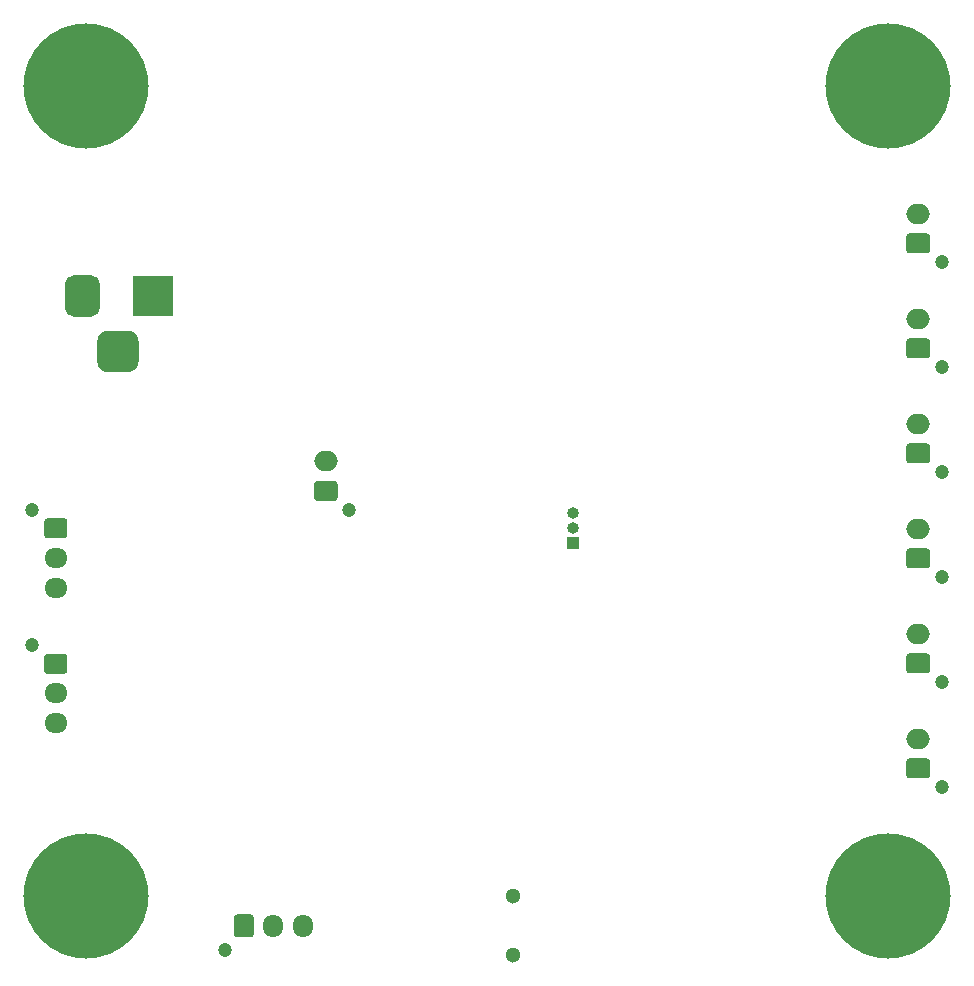
<source format=gbr>
%TF.GenerationSoftware,KiCad,Pcbnew,5.1.10-88a1d61d58~88~ubuntu20.04.1*%
%TF.CreationDate,2021-07-09T08:27:42-06:00*%
%TF.ProjectId,ring_light_controller,72696e67-5f6c-4696-9768-745f636f6e74,2*%
%TF.SameCoordinates,Original*%
%TF.FileFunction,Soldermask,Bot*%
%TF.FilePolarity,Negative*%
%FSLAX46Y46*%
G04 Gerber Fmt 4.6, Leading zero omitted, Abs format (unit mm)*
G04 Created by KiCad (PCBNEW 5.1.10-88a1d61d58~88~ubuntu20.04.1) date 2021-07-09 08:27:42*
%MOMM*%
%LPD*%
G01*
G04 APERTURE LIST*
%ADD10C,0.900000*%
%ADD11C,10.600000*%
%ADD12C,1.300000*%
%ADD13O,1.950000X1.700000*%
%ADD14C,1.200000*%
%ADD15O,2.000000X1.700000*%
%ADD16R,3.500000X3.500000*%
%ADD17R,1.000000X1.000000*%
%ADD18O,1.000000X1.000000*%
%ADD19O,1.700000X1.950000*%
G04 APERTURE END LIST*
D10*
%TO.C,H1*%
X176800749Y-131809251D03*
X173990000Y-130645000D03*
X171179251Y-131809251D03*
X170015000Y-134620000D03*
X171179251Y-137430749D03*
X173990000Y-138595000D03*
X176800749Y-137430749D03*
X177965000Y-134620000D03*
D11*
X173990000Y-134620000D03*
%TD*%
%TO.C,H2*%
X173990000Y-66040000D03*
D10*
X177965000Y-66040000D03*
X176800749Y-68850749D03*
X173990000Y-70015000D03*
X171179251Y-68850749D03*
X170015000Y-66040000D03*
X171179251Y-63229251D03*
X173990000Y-62065000D03*
X176800749Y-63229251D03*
%TD*%
%TO.C,H3*%
X108855749Y-63229251D03*
X106045000Y-62065000D03*
X103234251Y-63229251D03*
X102070000Y-66040000D03*
X103234251Y-68850749D03*
X106045000Y-70015000D03*
X108855749Y-68850749D03*
X110020000Y-66040000D03*
D11*
X106045000Y-66040000D03*
%TD*%
%TO.C,H4*%
X106045000Y-134620000D03*
D10*
X110020000Y-134620000D03*
X108855749Y-137430749D03*
X106045000Y-138595000D03*
X103234251Y-137430749D03*
X102070000Y-134620000D03*
X103234251Y-131809251D03*
X106045000Y-130645000D03*
X108855749Y-131809251D03*
%TD*%
D12*
%TO.C,J1*%
X142240000Y-139605000D03*
X142240000Y-134605000D03*
%TD*%
%TO.C,J2*%
G36*
G01*
X102780000Y-102655000D02*
X104230000Y-102655000D01*
G75*
G02*
X104480000Y-102905000I0J-250000D01*
G01*
X104480000Y-104105000D01*
G75*
G02*
X104230000Y-104355000I-250000J0D01*
G01*
X102780000Y-104355000D01*
G75*
G02*
X102530000Y-104105000I0J250000D01*
G01*
X102530000Y-102905000D01*
G75*
G02*
X102780000Y-102655000I250000J0D01*
G01*
G37*
D13*
X103505000Y-106005000D03*
X103505000Y-108505000D03*
D14*
X101505000Y-101905000D03*
%TD*%
%TO.C,J3*%
X101505000Y-113375000D03*
D13*
X103505000Y-119975000D03*
X103505000Y-117475000D03*
G36*
G01*
X102780000Y-114125000D02*
X104230000Y-114125000D01*
G75*
G02*
X104480000Y-114375000I0J-250000D01*
G01*
X104480000Y-115575000D01*
G75*
G02*
X104230000Y-115825000I-250000J0D01*
G01*
X102780000Y-115825000D01*
G75*
G02*
X102530000Y-115575000I0J250000D01*
G01*
X102530000Y-114375000D01*
G75*
G02*
X102780000Y-114125000I250000J0D01*
G01*
G37*
%TD*%
D14*
%TO.C,J4*%
X178530000Y-125425000D03*
D15*
X176530000Y-121325000D03*
G36*
G01*
X177280000Y-124675000D02*
X175780000Y-124675000D01*
G75*
G02*
X175530000Y-124425000I0J250000D01*
G01*
X175530000Y-123225000D01*
G75*
G02*
X175780000Y-122975000I250000J0D01*
G01*
X177280000Y-122975000D01*
G75*
G02*
X177530000Y-123225000I0J-250000D01*
G01*
X177530000Y-124425000D01*
G75*
G02*
X177280000Y-124675000I-250000J0D01*
G01*
G37*
%TD*%
%TO.C,J5*%
G36*
G01*
X177280000Y-115785000D02*
X175780000Y-115785000D01*
G75*
G02*
X175530000Y-115535000I0J250000D01*
G01*
X175530000Y-114335000D01*
G75*
G02*
X175780000Y-114085000I250000J0D01*
G01*
X177280000Y-114085000D01*
G75*
G02*
X177530000Y-114335000I0J-250000D01*
G01*
X177530000Y-115535000D01*
G75*
G02*
X177280000Y-115785000I-250000J0D01*
G01*
G37*
X176530000Y-112435000D03*
D14*
X178530000Y-116535000D03*
%TD*%
%TO.C,J6*%
G36*
G01*
X177280000Y-106895000D02*
X175780000Y-106895000D01*
G75*
G02*
X175530000Y-106645000I0J250000D01*
G01*
X175530000Y-105445000D01*
G75*
G02*
X175780000Y-105195000I250000J0D01*
G01*
X177280000Y-105195000D01*
G75*
G02*
X177530000Y-105445000I0J-250000D01*
G01*
X177530000Y-106645000D01*
G75*
G02*
X177280000Y-106895000I-250000J0D01*
G01*
G37*
D15*
X176530000Y-103545000D03*
D14*
X178530000Y-107645000D03*
%TD*%
%TO.C,J7*%
X178530000Y-98755000D03*
D15*
X176530000Y-94655000D03*
G36*
G01*
X177280000Y-98005000D02*
X175780000Y-98005000D01*
G75*
G02*
X175530000Y-97755000I0J250000D01*
G01*
X175530000Y-96555000D01*
G75*
G02*
X175780000Y-96305000I250000J0D01*
G01*
X177280000Y-96305000D01*
G75*
G02*
X177530000Y-96555000I0J-250000D01*
G01*
X177530000Y-97755000D01*
G75*
G02*
X177280000Y-98005000I-250000J0D01*
G01*
G37*
%TD*%
D16*
%TO.C,J8*%
X111760000Y-83820000D03*
G36*
G01*
X104260000Y-84820000D02*
X104260000Y-82820000D01*
G75*
G02*
X105010000Y-82070000I750000J0D01*
G01*
X106510000Y-82070000D01*
G75*
G02*
X107260000Y-82820000I0J-750000D01*
G01*
X107260000Y-84820000D01*
G75*
G02*
X106510000Y-85570000I-750000J0D01*
G01*
X105010000Y-85570000D01*
G75*
G02*
X104260000Y-84820000I0J750000D01*
G01*
G37*
G36*
G01*
X107010000Y-89395000D02*
X107010000Y-87645000D01*
G75*
G02*
X107885000Y-86770000I875000J0D01*
G01*
X109635000Y-86770000D01*
G75*
G02*
X110510000Y-87645000I0J-875000D01*
G01*
X110510000Y-89395000D01*
G75*
G02*
X109635000Y-90270000I-875000J0D01*
G01*
X107885000Y-90270000D01*
G75*
G02*
X107010000Y-89395000I0J875000D01*
G01*
G37*
%TD*%
D17*
%TO.C,J9*%
X147320000Y-104775000D03*
D18*
X147320000Y-103505000D03*
X147320000Y-102235000D03*
%TD*%
D14*
%TO.C,J10*%
X178530000Y-89865000D03*
D15*
X176530000Y-85765000D03*
G36*
G01*
X177280000Y-89115000D02*
X175780000Y-89115000D01*
G75*
G02*
X175530000Y-88865000I0J250000D01*
G01*
X175530000Y-87665000D01*
G75*
G02*
X175780000Y-87415000I250000J0D01*
G01*
X177280000Y-87415000D01*
G75*
G02*
X177530000Y-87665000I0J-250000D01*
G01*
X177530000Y-88865000D01*
G75*
G02*
X177280000Y-89115000I-250000J0D01*
G01*
G37*
%TD*%
%TO.C,J11*%
G36*
G01*
X177280000Y-80225000D02*
X175780000Y-80225000D01*
G75*
G02*
X175530000Y-79975000I0J250000D01*
G01*
X175530000Y-78775000D01*
G75*
G02*
X175780000Y-78525000I250000J0D01*
G01*
X177280000Y-78525000D01*
G75*
G02*
X177530000Y-78775000I0J-250000D01*
G01*
X177530000Y-79975000D01*
G75*
G02*
X177280000Y-80225000I-250000J0D01*
G01*
G37*
X176530000Y-76875000D03*
D14*
X178530000Y-80975000D03*
%TD*%
%TO.C,J12*%
G36*
G01*
X118570000Y-137885000D02*
X118570000Y-136435000D01*
G75*
G02*
X118820000Y-136185000I250000J0D01*
G01*
X120020000Y-136185000D01*
G75*
G02*
X120270000Y-136435000I0J-250000D01*
G01*
X120270000Y-137885000D01*
G75*
G02*
X120020000Y-138135000I-250000J0D01*
G01*
X118820000Y-138135000D01*
G75*
G02*
X118570000Y-137885000I0J250000D01*
G01*
G37*
D19*
X121920000Y-137160000D03*
X124420000Y-137160000D03*
D14*
X117820000Y-139160000D03*
%TD*%
%TO.C,J13*%
G36*
G01*
X127115000Y-101180000D02*
X125615000Y-101180000D01*
G75*
G02*
X125365000Y-100930000I0J250000D01*
G01*
X125365000Y-99730000D01*
G75*
G02*
X125615000Y-99480000I250000J0D01*
G01*
X127115000Y-99480000D01*
G75*
G02*
X127365000Y-99730000I0J-250000D01*
G01*
X127365000Y-100930000D01*
G75*
G02*
X127115000Y-101180000I-250000J0D01*
G01*
G37*
D15*
X126365000Y-97830000D03*
D14*
X128365000Y-101930000D03*
%TD*%
M02*

</source>
